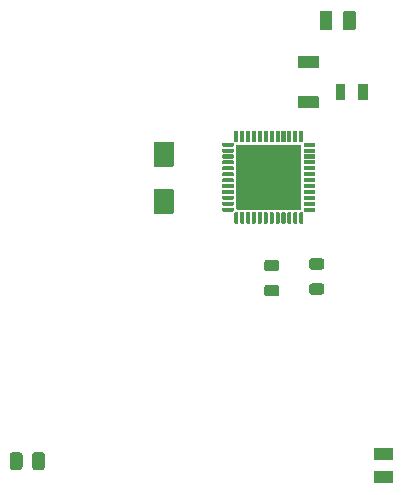
<source format=gbr>
G04 #@! TF.GenerationSoftware,KiCad,Pcbnew,5.1.7-a382d34a8~88~ubuntu18.04.1*
G04 #@! TF.CreationDate,2021-06-07T17:39:16+05:30*
G04 #@! TF.ProjectId,stm32wb_Dev_v2,73746d33-3277-4625-9f44-65765f76322e,rev?*
G04 #@! TF.SameCoordinates,Original*
G04 #@! TF.FileFunction,Paste,Top*
G04 #@! TF.FilePolarity,Positive*
%FSLAX46Y46*%
G04 Gerber Fmt 4.6, Leading zero omitted, Abs format (unit mm)*
G04 Created by KiCad (PCBNEW 5.1.7-a382d34a8~88~ubuntu18.04.1) date 2021-06-07 17:39:16*
%MOMM*%
%LPD*%
G01*
G04 APERTURE LIST*
G04 APERTURE END LIST*
G36*
G01*
X105606000Y-60594900D02*
X111006000Y-60594900D01*
G75*
G02*
X111058700Y-60647600I0J-52700D01*
G01*
X111058700Y-66047600D01*
G75*
G02*
X111006000Y-66100300I-52700J0D01*
G01*
X105606000Y-66100300D01*
G75*
G02*
X105553300Y-66047600I0J52700D01*
G01*
X105553300Y-60647600D01*
G75*
G02*
X105606000Y-60594900I52700J0D01*
G01*
G37*
G36*
G01*
X111330700Y-60422475D02*
X112181300Y-60422475D01*
G75*
G02*
X112231425Y-60472600I0J-50125D01*
G01*
X112231425Y-60722600D01*
G75*
G02*
X112181300Y-60772725I-50125J0D01*
G01*
X111330700Y-60772725D01*
G75*
G02*
X111280575Y-60722600I0J50125D01*
G01*
X111280575Y-60472600D01*
G75*
G02*
X111330700Y-60422475I50125J0D01*
G01*
G37*
G36*
G01*
X111330700Y-60922475D02*
X112181300Y-60922475D01*
G75*
G02*
X112231425Y-60972600I0J-50125D01*
G01*
X112231425Y-61222600D01*
G75*
G02*
X112181300Y-61272725I-50125J0D01*
G01*
X111330700Y-61272725D01*
G75*
G02*
X111280575Y-61222600I0J50125D01*
G01*
X111280575Y-60972600D01*
G75*
G02*
X111330700Y-60922475I50125J0D01*
G01*
G37*
G36*
G01*
X111330700Y-61422475D02*
X112181300Y-61422475D01*
G75*
G02*
X112231425Y-61472600I0J-50125D01*
G01*
X112231425Y-61722600D01*
G75*
G02*
X112181300Y-61772725I-50125J0D01*
G01*
X111330700Y-61772725D01*
G75*
G02*
X111280575Y-61722600I0J50125D01*
G01*
X111280575Y-61472600D01*
G75*
G02*
X111330700Y-61422475I50125J0D01*
G01*
G37*
G36*
G01*
X111330700Y-61922475D02*
X112181300Y-61922475D01*
G75*
G02*
X112231425Y-61972600I0J-50125D01*
G01*
X112231425Y-62222600D01*
G75*
G02*
X112181300Y-62272725I-50125J0D01*
G01*
X111330700Y-62272725D01*
G75*
G02*
X111280575Y-62222600I0J50125D01*
G01*
X111280575Y-61972600D01*
G75*
G02*
X111330700Y-61922475I50125J0D01*
G01*
G37*
G36*
G01*
X111330700Y-62422475D02*
X112181300Y-62422475D01*
G75*
G02*
X112231425Y-62472600I0J-50125D01*
G01*
X112231425Y-62722600D01*
G75*
G02*
X112181300Y-62772725I-50125J0D01*
G01*
X111330700Y-62772725D01*
G75*
G02*
X111280575Y-62722600I0J50125D01*
G01*
X111280575Y-62472600D01*
G75*
G02*
X111330700Y-62422475I50125J0D01*
G01*
G37*
G36*
G01*
X111330700Y-62922475D02*
X112181300Y-62922475D01*
G75*
G02*
X112231425Y-62972600I0J-50125D01*
G01*
X112231425Y-63222600D01*
G75*
G02*
X112181300Y-63272725I-50125J0D01*
G01*
X111330700Y-63272725D01*
G75*
G02*
X111280575Y-63222600I0J50125D01*
G01*
X111280575Y-62972600D01*
G75*
G02*
X111330700Y-62922475I50125J0D01*
G01*
G37*
G36*
G01*
X111330700Y-63422475D02*
X112181300Y-63422475D01*
G75*
G02*
X112231425Y-63472600I0J-50125D01*
G01*
X112231425Y-63722600D01*
G75*
G02*
X112181300Y-63772725I-50125J0D01*
G01*
X111330700Y-63772725D01*
G75*
G02*
X111280575Y-63722600I0J50125D01*
G01*
X111280575Y-63472600D01*
G75*
G02*
X111330700Y-63422475I50125J0D01*
G01*
G37*
G36*
G01*
X111330700Y-63922475D02*
X112181300Y-63922475D01*
G75*
G02*
X112231425Y-63972600I0J-50125D01*
G01*
X112231425Y-64222600D01*
G75*
G02*
X112181300Y-64272725I-50125J0D01*
G01*
X111330700Y-64272725D01*
G75*
G02*
X111280575Y-64222600I0J50125D01*
G01*
X111280575Y-63972600D01*
G75*
G02*
X111330700Y-63922475I50125J0D01*
G01*
G37*
G36*
G01*
X111330700Y-64422475D02*
X112181300Y-64422475D01*
G75*
G02*
X112231425Y-64472600I0J-50125D01*
G01*
X112231425Y-64722600D01*
G75*
G02*
X112181300Y-64772725I-50125J0D01*
G01*
X111330700Y-64772725D01*
G75*
G02*
X111280575Y-64722600I0J50125D01*
G01*
X111280575Y-64472600D01*
G75*
G02*
X111330700Y-64422475I50125J0D01*
G01*
G37*
G36*
G01*
X111330700Y-64922475D02*
X112181300Y-64922475D01*
G75*
G02*
X112231425Y-64972600I0J-50125D01*
G01*
X112231425Y-65222600D01*
G75*
G02*
X112181300Y-65272725I-50125J0D01*
G01*
X111330700Y-65272725D01*
G75*
G02*
X111280575Y-65222600I0J50125D01*
G01*
X111280575Y-64972600D01*
G75*
G02*
X111330700Y-64922475I50125J0D01*
G01*
G37*
G36*
G01*
X111330700Y-65422475D02*
X112181300Y-65422475D01*
G75*
G02*
X112231425Y-65472600I0J-50125D01*
G01*
X112231425Y-65722600D01*
G75*
G02*
X112181300Y-65772725I-50125J0D01*
G01*
X111330700Y-65772725D01*
G75*
G02*
X111280575Y-65722600I0J50125D01*
G01*
X111280575Y-65472600D01*
G75*
G02*
X111330700Y-65422475I50125J0D01*
G01*
G37*
G36*
G01*
X111330700Y-65922475D02*
X112181300Y-65922475D01*
G75*
G02*
X112231425Y-65972600I0J-50125D01*
G01*
X112231425Y-66222600D01*
G75*
G02*
X112181300Y-66272725I-50125J0D01*
G01*
X111330700Y-66272725D01*
G75*
G02*
X111280575Y-66222600I0J50125D01*
G01*
X111280575Y-65972600D01*
G75*
G02*
X111330700Y-65922475I50125J0D01*
G01*
G37*
G36*
G01*
X110880875Y-67222900D02*
X110880875Y-66372300D01*
G75*
G02*
X110931000Y-66322175I50125J0D01*
G01*
X111181000Y-66322175D01*
G75*
G02*
X111231125Y-66372300I0J-50125D01*
G01*
X111231125Y-67222900D01*
G75*
G02*
X111181000Y-67273025I-50125J0D01*
G01*
X110931000Y-67273025D01*
G75*
G02*
X110880875Y-67222900I0J50125D01*
G01*
G37*
G36*
G01*
X110380875Y-67222900D02*
X110380875Y-66372300D01*
G75*
G02*
X110431000Y-66322175I50125J0D01*
G01*
X110681000Y-66322175D01*
G75*
G02*
X110731125Y-66372300I0J-50125D01*
G01*
X110731125Y-67222900D01*
G75*
G02*
X110681000Y-67273025I-50125J0D01*
G01*
X110431000Y-67273025D01*
G75*
G02*
X110380875Y-67222900I0J50125D01*
G01*
G37*
G36*
G01*
X109880875Y-67222900D02*
X109880875Y-66372300D01*
G75*
G02*
X109931000Y-66322175I50125J0D01*
G01*
X110181000Y-66322175D01*
G75*
G02*
X110231125Y-66372300I0J-50125D01*
G01*
X110231125Y-67222900D01*
G75*
G02*
X110181000Y-67273025I-50125J0D01*
G01*
X109931000Y-67273025D01*
G75*
G02*
X109880875Y-67222900I0J50125D01*
G01*
G37*
G36*
G01*
X109380875Y-67222900D02*
X109380875Y-66372300D01*
G75*
G02*
X109431000Y-66322175I50125J0D01*
G01*
X109681000Y-66322175D01*
G75*
G02*
X109731125Y-66372300I0J-50125D01*
G01*
X109731125Y-67222900D01*
G75*
G02*
X109681000Y-67273025I-50125J0D01*
G01*
X109431000Y-67273025D01*
G75*
G02*
X109380875Y-67222900I0J50125D01*
G01*
G37*
G36*
G01*
X108880875Y-67222900D02*
X108880875Y-66372300D01*
G75*
G02*
X108931000Y-66322175I50125J0D01*
G01*
X109181000Y-66322175D01*
G75*
G02*
X109231125Y-66372300I0J-50125D01*
G01*
X109231125Y-67222900D01*
G75*
G02*
X109181000Y-67273025I-50125J0D01*
G01*
X108931000Y-67273025D01*
G75*
G02*
X108880875Y-67222900I0J50125D01*
G01*
G37*
G36*
G01*
X108380875Y-67222900D02*
X108380875Y-66372300D01*
G75*
G02*
X108431000Y-66322175I50125J0D01*
G01*
X108681000Y-66322175D01*
G75*
G02*
X108731125Y-66372300I0J-50125D01*
G01*
X108731125Y-67222900D01*
G75*
G02*
X108681000Y-67273025I-50125J0D01*
G01*
X108431000Y-67273025D01*
G75*
G02*
X108380875Y-67222900I0J50125D01*
G01*
G37*
G36*
G01*
X107880875Y-67222900D02*
X107880875Y-66372300D01*
G75*
G02*
X107931000Y-66322175I50125J0D01*
G01*
X108181000Y-66322175D01*
G75*
G02*
X108231125Y-66372300I0J-50125D01*
G01*
X108231125Y-67222900D01*
G75*
G02*
X108181000Y-67273025I-50125J0D01*
G01*
X107931000Y-67273025D01*
G75*
G02*
X107880875Y-67222900I0J50125D01*
G01*
G37*
G36*
G01*
X107380875Y-67222900D02*
X107380875Y-66372300D01*
G75*
G02*
X107431000Y-66322175I50125J0D01*
G01*
X107681000Y-66322175D01*
G75*
G02*
X107731125Y-66372300I0J-50125D01*
G01*
X107731125Y-67222900D01*
G75*
G02*
X107681000Y-67273025I-50125J0D01*
G01*
X107431000Y-67273025D01*
G75*
G02*
X107380875Y-67222900I0J50125D01*
G01*
G37*
G36*
G01*
X106880875Y-67222900D02*
X106880875Y-66372300D01*
G75*
G02*
X106931000Y-66322175I50125J0D01*
G01*
X107181000Y-66322175D01*
G75*
G02*
X107231125Y-66372300I0J-50125D01*
G01*
X107231125Y-67222900D01*
G75*
G02*
X107181000Y-67273025I-50125J0D01*
G01*
X106931000Y-67273025D01*
G75*
G02*
X106880875Y-67222900I0J50125D01*
G01*
G37*
G36*
G01*
X106380875Y-67222900D02*
X106380875Y-66372300D01*
G75*
G02*
X106431000Y-66322175I50125J0D01*
G01*
X106681000Y-66322175D01*
G75*
G02*
X106731125Y-66372300I0J-50125D01*
G01*
X106731125Y-67222900D01*
G75*
G02*
X106681000Y-67273025I-50125J0D01*
G01*
X106431000Y-67273025D01*
G75*
G02*
X106380875Y-67222900I0J50125D01*
G01*
G37*
G36*
G01*
X105880875Y-67222900D02*
X105880875Y-66372300D01*
G75*
G02*
X105931000Y-66322175I50125J0D01*
G01*
X106181000Y-66322175D01*
G75*
G02*
X106231125Y-66372300I0J-50125D01*
G01*
X106231125Y-67222900D01*
G75*
G02*
X106181000Y-67273025I-50125J0D01*
G01*
X105931000Y-67273025D01*
G75*
G02*
X105880875Y-67222900I0J50125D01*
G01*
G37*
G36*
G01*
X105380875Y-67222900D02*
X105380875Y-66372300D01*
G75*
G02*
X105431000Y-66322175I50125J0D01*
G01*
X105681000Y-66322175D01*
G75*
G02*
X105731125Y-66372300I0J-50125D01*
G01*
X105731125Y-67222900D01*
G75*
G02*
X105681000Y-67273025I-50125J0D01*
G01*
X105431000Y-67273025D01*
G75*
G02*
X105380875Y-67222900I0J50125D01*
G01*
G37*
G36*
G01*
X104430700Y-65922475D02*
X105281300Y-65922475D01*
G75*
G02*
X105331425Y-65972600I0J-50125D01*
G01*
X105331425Y-66222600D01*
G75*
G02*
X105281300Y-66272725I-50125J0D01*
G01*
X104430700Y-66272725D01*
G75*
G02*
X104380575Y-66222600I0J50125D01*
G01*
X104380575Y-65972600D01*
G75*
G02*
X104430700Y-65922475I50125J0D01*
G01*
G37*
G36*
G01*
X104430700Y-65422475D02*
X105281300Y-65422475D01*
G75*
G02*
X105331425Y-65472600I0J-50125D01*
G01*
X105331425Y-65722600D01*
G75*
G02*
X105281300Y-65772725I-50125J0D01*
G01*
X104430700Y-65772725D01*
G75*
G02*
X104380575Y-65722600I0J50125D01*
G01*
X104380575Y-65472600D01*
G75*
G02*
X104430700Y-65422475I50125J0D01*
G01*
G37*
G36*
G01*
X104430700Y-64922475D02*
X105281300Y-64922475D01*
G75*
G02*
X105331425Y-64972600I0J-50125D01*
G01*
X105331425Y-65222600D01*
G75*
G02*
X105281300Y-65272725I-50125J0D01*
G01*
X104430700Y-65272725D01*
G75*
G02*
X104380575Y-65222600I0J50125D01*
G01*
X104380575Y-64972600D01*
G75*
G02*
X104430700Y-64922475I50125J0D01*
G01*
G37*
G36*
G01*
X104430700Y-64422475D02*
X105281300Y-64422475D01*
G75*
G02*
X105331425Y-64472600I0J-50125D01*
G01*
X105331425Y-64722600D01*
G75*
G02*
X105281300Y-64772725I-50125J0D01*
G01*
X104430700Y-64772725D01*
G75*
G02*
X104380575Y-64722600I0J50125D01*
G01*
X104380575Y-64472600D01*
G75*
G02*
X104430700Y-64422475I50125J0D01*
G01*
G37*
G36*
G01*
X104430700Y-63922475D02*
X105281300Y-63922475D01*
G75*
G02*
X105331425Y-63972600I0J-50125D01*
G01*
X105331425Y-64222600D01*
G75*
G02*
X105281300Y-64272725I-50125J0D01*
G01*
X104430700Y-64272725D01*
G75*
G02*
X104380575Y-64222600I0J50125D01*
G01*
X104380575Y-63972600D01*
G75*
G02*
X104430700Y-63922475I50125J0D01*
G01*
G37*
G36*
G01*
X104430700Y-63422475D02*
X105281300Y-63422475D01*
G75*
G02*
X105331425Y-63472600I0J-50125D01*
G01*
X105331425Y-63722600D01*
G75*
G02*
X105281300Y-63772725I-50125J0D01*
G01*
X104430700Y-63772725D01*
G75*
G02*
X104380575Y-63722600I0J50125D01*
G01*
X104380575Y-63472600D01*
G75*
G02*
X104430700Y-63422475I50125J0D01*
G01*
G37*
G36*
G01*
X104430700Y-62922475D02*
X105281300Y-62922475D01*
G75*
G02*
X105331425Y-62972600I0J-50125D01*
G01*
X105331425Y-63222600D01*
G75*
G02*
X105281300Y-63272725I-50125J0D01*
G01*
X104430700Y-63272725D01*
G75*
G02*
X104380575Y-63222600I0J50125D01*
G01*
X104380575Y-62972600D01*
G75*
G02*
X104430700Y-62922475I50125J0D01*
G01*
G37*
G36*
G01*
X104430700Y-62422475D02*
X105281300Y-62422475D01*
G75*
G02*
X105331425Y-62472600I0J-50125D01*
G01*
X105331425Y-62722600D01*
G75*
G02*
X105281300Y-62772725I-50125J0D01*
G01*
X104430700Y-62772725D01*
G75*
G02*
X104380575Y-62722600I0J50125D01*
G01*
X104380575Y-62472600D01*
G75*
G02*
X104430700Y-62422475I50125J0D01*
G01*
G37*
G36*
G01*
X104430700Y-61922475D02*
X105281300Y-61922475D01*
G75*
G02*
X105331425Y-61972600I0J-50125D01*
G01*
X105331425Y-62222600D01*
G75*
G02*
X105281300Y-62272725I-50125J0D01*
G01*
X104430700Y-62272725D01*
G75*
G02*
X104380575Y-62222600I0J50125D01*
G01*
X104380575Y-61972600D01*
G75*
G02*
X104430700Y-61922475I50125J0D01*
G01*
G37*
G36*
G01*
X104430700Y-61422475D02*
X105281300Y-61422475D01*
G75*
G02*
X105331425Y-61472600I0J-50125D01*
G01*
X105331425Y-61722600D01*
G75*
G02*
X105281300Y-61772725I-50125J0D01*
G01*
X104430700Y-61772725D01*
G75*
G02*
X104380575Y-61722600I0J50125D01*
G01*
X104380575Y-61472600D01*
G75*
G02*
X104430700Y-61422475I50125J0D01*
G01*
G37*
G36*
G01*
X104430700Y-60922475D02*
X105281300Y-60922475D01*
G75*
G02*
X105331425Y-60972600I0J-50125D01*
G01*
X105331425Y-61222600D01*
G75*
G02*
X105281300Y-61272725I-50125J0D01*
G01*
X104430700Y-61272725D01*
G75*
G02*
X104380575Y-61222600I0J50125D01*
G01*
X104380575Y-60972600D01*
G75*
G02*
X104430700Y-60922475I50125J0D01*
G01*
G37*
G36*
G01*
X104430700Y-60422475D02*
X105281300Y-60422475D01*
G75*
G02*
X105331425Y-60472600I0J-50125D01*
G01*
X105331425Y-60722600D01*
G75*
G02*
X105281300Y-60772725I-50125J0D01*
G01*
X104430700Y-60772725D01*
G75*
G02*
X104380575Y-60722600I0J50125D01*
G01*
X104380575Y-60472600D01*
G75*
G02*
X104430700Y-60422475I50125J0D01*
G01*
G37*
G36*
G01*
X105380875Y-60322900D02*
X105380875Y-59472300D01*
G75*
G02*
X105431000Y-59422175I50125J0D01*
G01*
X105681000Y-59422175D01*
G75*
G02*
X105731125Y-59472300I0J-50125D01*
G01*
X105731125Y-60322900D01*
G75*
G02*
X105681000Y-60373025I-50125J0D01*
G01*
X105431000Y-60373025D01*
G75*
G02*
X105380875Y-60322900I0J50125D01*
G01*
G37*
G36*
G01*
X105880875Y-60322900D02*
X105880875Y-59472300D01*
G75*
G02*
X105931000Y-59422175I50125J0D01*
G01*
X106181000Y-59422175D01*
G75*
G02*
X106231125Y-59472300I0J-50125D01*
G01*
X106231125Y-60322900D01*
G75*
G02*
X106181000Y-60373025I-50125J0D01*
G01*
X105931000Y-60373025D01*
G75*
G02*
X105880875Y-60322900I0J50125D01*
G01*
G37*
G36*
G01*
X106380875Y-60322900D02*
X106380875Y-59472300D01*
G75*
G02*
X106431000Y-59422175I50125J0D01*
G01*
X106681000Y-59422175D01*
G75*
G02*
X106731125Y-59472300I0J-50125D01*
G01*
X106731125Y-60322900D01*
G75*
G02*
X106681000Y-60373025I-50125J0D01*
G01*
X106431000Y-60373025D01*
G75*
G02*
X106380875Y-60322900I0J50125D01*
G01*
G37*
G36*
G01*
X106880875Y-60322900D02*
X106880875Y-59472300D01*
G75*
G02*
X106931000Y-59422175I50125J0D01*
G01*
X107181000Y-59422175D01*
G75*
G02*
X107231125Y-59472300I0J-50125D01*
G01*
X107231125Y-60322900D01*
G75*
G02*
X107181000Y-60373025I-50125J0D01*
G01*
X106931000Y-60373025D01*
G75*
G02*
X106880875Y-60322900I0J50125D01*
G01*
G37*
G36*
G01*
X107380875Y-60322900D02*
X107380875Y-59472300D01*
G75*
G02*
X107431000Y-59422175I50125J0D01*
G01*
X107681000Y-59422175D01*
G75*
G02*
X107731125Y-59472300I0J-50125D01*
G01*
X107731125Y-60322900D01*
G75*
G02*
X107681000Y-60373025I-50125J0D01*
G01*
X107431000Y-60373025D01*
G75*
G02*
X107380875Y-60322900I0J50125D01*
G01*
G37*
G36*
G01*
X107880875Y-60322900D02*
X107880875Y-59472300D01*
G75*
G02*
X107931000Y-59422175I50125J0D01*
G01*
X108181000Y-59422175D01*
G75*
G02*
X108231125Y-59472300I0J-50125D01*
G01*
X108231125Y-60322900D01*
G75*
G02*
X108181000Y-60373025I-50125J0D01*
G01*
X107931000Y-60373025D01*
G75*
G02*
X107880875Y-60322900I0J50125D01*
G01*
G37*
G36*
G01*
X108380875Y-60322900D02*
X108380875Y-59472300D01*
G75*
G02*
X108431000Y-59422175I50125J0D01*
G01*
X108681000Y-59422175D01*
G75*
G02*
X108731125Y-59472300I0J-50125D01*
G01*
X108731125Y-60322900D01*
G75*
G02*
X108681000Y-60373025I-50125J0D01*
G01*
X108431000Y-60373025D01*
G75*
G02*
X108380875Y-60322900I0J50125D01*
G01*
G37*
G36*
G01*
X108880875Y-60322900D02*
X108880875Y-59472300D01*
G75*
G02*
X108931000Y-59422175I50125J0D01*
G01*
X109181000Y-59422175D01*
G75*
G02*
X109231125Y-59472300I0J-50125D01*
G01*
X109231125Y-60322900D01*
G75*
G02*
X109181000Y-60373025I-50125J0D01*
G01*
X108931000Y-60373025D01*
G75*
G02*
X108880875Y-60322900I0J50125D01*
G01*
G37*
G36*
G01*
X109380875Y-60322900D02*
X109380875Y-59472300D01*
G75*
G02*
X109431000Y-59422175I50125J0D01*
G01*
X109681000Y-59422175D01*
G75*
G02*
X109731125Y-59472300I0J-50125D01*
G01*
X109731125Y-60322900D01*
G75*
G02*
X109681000Y-60373025I-50125J0D01*
G01*
X109431000Y-60373025D01*
G75*
G02*
X109380875Y-60322900I0J50125D01*
G01*
G37*
G36*
G01*
X109880875Y-60322900D02*
X109880875Y-59472300D01*
G75*
G02*
X109931000Y-59422175I50125J0D01*
G01*
X110181000Y-59422175D01*
G75*
G02*
X110231125Y-59472300I0J-50125D01*
G01*
X110231125Y-60322900D01*
G75*
G02*
X110181000Y-60373025I-50125J0D01*
G01*
X109931000Y-60373025D01*
G75*
G02*
X109880875Y-60322900I0J50125D01*
G01*
G37*
G36*
G01*
X110380875Y-60322900D02*
X110380875Y-59472300D01*
G75*
G02*
X110431000Y-59422175I50125J0D01*
G01*
X110681000Y-59422175D01*
G75*
G02*
X110731125Y-59472300I0J-50125D01*
G01*
X110731125Y-60322900D01*
G75*
G02*
X110681000Y-60373025I-50125J0D01*
G01*
X110431000Y-60373025D01*
G75*
G02*
X110380875Y-60322900I0J50125D01*
G01*
G37*
G36*
G01*
X110880875Y-60322900D02*
X110880875Y-59472300D01*
G75*
G02*
X110931000Y-59422175I50125J0D01*
G01*
X111181000Y-59422175D01*
G75*
G02*
X111231125Y-59472300I0J-50125D01*
G01*
X111231125Y-60322900D01*
G75*
G02*
X111181000Y-60373025I-50125J0D01*
G01*
X110931000Y-60373025D01*
G75*
G02*
X110880875Y-60322900I0J50125D01*
G01*
G37*
G36*
G01*
X88265700Y-87894275D02*
X88265700Y-86893325D01*
G75*
G02*
X88540950Y-86618075I275250J0D01*
G01*
X89091450Y-86618075D01*
G75*
G02*
X89366700Y-86893325I0J-275250D01*
G01*
X89366700Y-87894275D01*
G75*
G02*
X89091450Y-88169525I-275250J0D01*
G01*
X88540950Y-88169525D01*
G75*
G02*
X88265700Y-87894275I0J275250D01*
G01*
G37*
G36*
G01*
X86365700Y-87894275D02*
X86365700Y-86893325D01*
G75*
G02*
X86640950Y-86618075I275250J0D01*
G01*
X87191450Y-86618075D01*
G75*
G02*
X87466700Y-86893325I0J-275250D01*
G01*
X87466700Y-87894275D01*
G75*
G02*
X87191450Y-88169525I-275250J0D01*
G01*
X86640950Y-88169525D01*
G75*
G02*
X86365700Y-87894275I0J275250D01*
G01*
G37*
G36*
G01*
X111958369Y-72339762D02*
X112771631Y-72339762D01*
G75*
G02*
X113015600Y-72583731I0J-243969D01*
G01*
X113015600Y-73071669D01*
G75*
G02*
X112771631Y-73315638I-243969J0D01*
G01*
X111958369Y-73315638D01*
G75*
G02*
X111714400Y-73071669I0J243969D01*
G01*
X111714400Y-72583731D01*
G75*
G02*
X111958369Y-72339762I243969J0D01*
G01*
G37*
G36*
G01*
X111958369Y-70214762D02*
X112771631Y-70214762D01*
G75*
G02*
X113015600Y-70458731I0J-243969D01*
G01*
X113015600Y-70946669D01*
G75*
G02*
X112771631Y-71190638I-243969J0D01*
G01*
X111958369Y-71190638D01*
G75*
G02*
X111714400Y-70946669I0J243969D01*
G01*
X111714400Y-70458731D01*
G75*
G02*
X111958369Y-70214762I243969J0D01*
G01*
G37*
G36*
G01*
X108966631Y-71317638D02*
X108153369Y-71317638D01*
G75*
G02*
X107909400Y-71073669I0J243969D01*
G01*
X107909400Y-70585731D01*
G75*
G02*
X108153369Y-70341762I243969J0D01*
G01*
X108966631Y-70341762D01*
G75*
G02*
X109210600Y-70585731I0J-243969D01*
G01*
X109210600Y-71073669D01*
G75*
G02*
X108966631Y-71317638I-243969J0D01*
G01*
G37*
G36*
G01*
X108966631Y-73442638D02*
X108153369Y-73442638D01*
G75*
G02*
X107909400Y-73198669I0J243969D01*
G01*
X107909400Y-72710731D01*
G75*
G02*
X108153369Y-72466762I243969J0D01*
G01*
X108966631Y-72466762D01*
G75*
G02*
X109210600Y-72710731I0J-243969D01*
G01*
X109210600Y-73198669D01*
G75*
G02*
X108966631Y-73442638I-243969J0D01*
G01*
G37*
G36*
G01*
X117265745Y-88195620D02*
X118736255Y-88195620D01*
G75*
G02*
X118786735Y-88246100I0J-50480D01*
G01*
X118786735Y-89206100D01*
G75*
G02*
X118736255Y-89256580I-50480J0D01*
G01*
X117265745Y-89256580D01*
G75*
G02*
X117215265Y-89206100I0J50480D01*
G01*
X117215265Y-88246100D01*
G75*
G02*
X117265745Y-88195620I50480J0D01*
G01*
G37*
G36*
G01*
X117265745Y-86239620D02*
X118736255Y-86239620D01*
G75*
G02*
X118786735Y-86290100I0J-50480D01*
G01*
X118786735Y-87250100D01*
G75*
G02*
X118736255Y-87300580I-50480J0D01*
G01*
X117265745Y-87300580D01*
G75*
G02*
X117215265Y-87250100I0J50480D01*
G01*
X117215265Y-86290100D01*
G75*
G02*
X117265745Y-86239620I50480J0D01*
G01*
G37*
G36*
G01*
X113702480Y-49361145D02*
X113702480Y-50831655D01*
G75*
G02*
X113652000Y-50882135I-50480J0D01*
G01*
X112692000Y-50882135D01*
G75*
G02*
X112641520Y-50831655I0J50480D01*
G01*
X112641520Y-49361145D01*
G75*
G02*
X112692000Y-49310665I50480J0D01*
G01*
X113652000Y-49310665D01*
G75*
G02*
X113702480Y-49361145I0J-50480D01*
G01*
G37*
G36*
G01*
X115658480Y-49361145D02*
X115658480Y-50831655D01*
G75*
G02*
X115608000Y-50882135I-50480J0D01*
G01*
X114648000Y-50882135D01*
G75*
G02*
X114597520Y-50831655I0J50480D01*
G01*
X114597520Y-49361145D01*
G75*
G02*
X114648000Y-49310665I50480J0D01*
G01*
X115608000Y-49310665D01*
G75*
G02*
X115658480Y-49361145I0J-50480D01*
G01*
G37*
G36*
G01*
X98603100Y-60354000D02*
X100202700Y-60354000D01*
G75*
G02*
X100253700Y-60405000I0J-51000D01*
G01*
X100253700Y-62405000D01*
G75*
G02*
X100202700Y-62456000I-51000J0D01*
G01*
X98603100Y-62456000D01*
G75*
G02*
X98552100Y-62405000I0J51000D01*
G01*
X98552100Y-60405000D01*
G75*
G02*
X98603100Y-60354000I51000J0D01*
G01*
G37*
G36*
G01*
X98603100Y-64354000D02*
X100202700Y-64354000D01*
G75*
G02*
X100253700Y-64405000I0J-51000D01*
G01*
X100253700Y-66405000D01*
G75*
G02*
X100202700Y-66456000I-51000J0D01*
G01*
X98603100Y-66456000D01*
G75*
G02*
X98552100Y-66405000I0J51000D01*
G01*
X98552100Y-64405000D01*
G75*
G02*
X98603100Y-64354000I51000J0D01*
G01*
G37*
G36*
G01*
X115903650Y-56794501D02*
X115903650Y-55493899D01*
G75*
G02*
X115953999Y-55443550I50349J0D01*
G01*
X116654001Y-55443550D01*
G75*
G02*
X116704350Y-55493899I0J-50349D01*
G01*
X116704350Y-56794501D01*
G75*
G02*
X116654001Y-56844850I-50349J0D01*
G01*
X115953999Y-56844850D01*
G75*
G02*
X115903650Y-56794501I0J50349D01*
G01*
G37*
G36*
G01*
X114003650Y-56794501D02*
X114003650Y-55493899D01*
G75*
G02*
X114053999Y-55443550I50349J0D01*
G01*
X114754001Y-55443550D01*
G75*
G02*
X114804350Y-55493899I0J-50349D01*
G01*
X114804350Y-56794501D01*
G75*
G02*
X114754001Y-56844850I-50349J0D01*
G01*
X114053999Y-56844850D01*
G75*
G02*
X114003650Y-56794501I0J50349D01*
G01*
G37*
G36*
G01*
X110802600Y-56500450D02*
X112503400Y-56500450D01*
G75*
G02*
X112553850Y-56550900I0J-50450D01*
G01*
X112553850Y-57450900D01*
G75*
G02*
X112503400Y-57501350I-50450J0D01*
G01*
X110802600Y-57501350D01*
G75*
G02*
X110752150Y-57450900I0J50450D01*
G01*
X110752150Y-56550900D01*
G75*
G02*
X110802600Y-56500450I50450J0D01*
G01*
G37*
G36*
G01*
X110802600Y-53100450D02*
X112503400Y-53100450D01*
G75*
G02*
X112553850Y-53150900I0J-50450D01*
G01*
X112553850Y-54050900D01*
G75*
G02*
X112503400Y-54101350I-50450J0D01*
G01*
X110802600Y-54101350D01*
G75*
G02*
X110752150Y-54050900I0J50450D01*
G01*
X110752150Y-53150900D01*
G75*
G02*
X110802600Y-53100450I50450J0D01*
G01*
G37*
M02*

</source>
